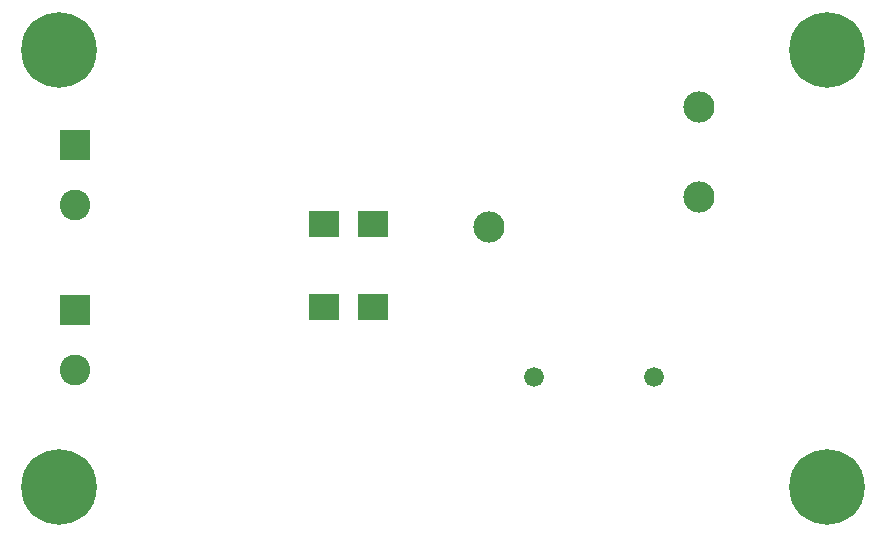
<source format=gbr>
%TF.GenerationSoftware,KiCad,Pcbnew,8.0.4*%
%TF.CreationDate,2025-06-09T12:47:20-04:00*%
%TF.ProjectId,car-battery-reverse-polarity-protection,6361722d-6261-4747-9465-72792d726576,rev?*%
%TF.SameCoordinates,Original*%
%TF.FileFunction,Soldermask,Top*%
%TF.FilePolarity,Negative*%
%FSLAX46Y46*%
G04 Gerber Fmt 4.6, Leading zero omitted, Abs format (unit mm)*
G04 Created by KiCad (PCBNEW 8.0.4) date 2025-06-09 12:47:20*
%MOMM*%
%LPD*%
G01*
G04 APERTURE LIST*
%ADD10C,6.400000*%
%ADD11C,2.641600*%
%ADD12C,1.676400*%
%ADD13R,2.514600X2.260600*%
%ADD14R,2.600000X2.600000*%
%ADD15C,2.600000*%
G04 APERTURE END LIST*
D10*
%TO.C,H5*%
X104000000Y-106300000D03*
%TD*%
D11*
%TO.C,K1*%
X140398800Y-84274200D03*
X158178800Y-81734200D03*
D12*
X154368800Y-96974200D03*
X144208800Y-96974200D03*
D11*
X158178800Y-74114200D03*
%TD*%
D10*
%TO.C,H1*%
X169000000Y-69300000D03*
%TD*%
D13*
%TO.C,D1*%
X130595500Y-91000000D03*
X126404500Y-91000000D03*
%TD*%
%TO.C,D2*%
X130595500Y-84000000D03*
X126404500Y-84000000D03*
%TD*%
D14*
%TO.C,J1*%
X105400000Y-77320000D03*
D15*
X105400000Y-82400000D03*
%TD*%
D10*
%TO.C,H2*%
X169000000Y-106300000D03*
%TD*%
D15*
%TO.C,J2*%
X105400000Y-96400000D03*
D14*
X105400000Y-91320000D03*
%TD*%
D10*
%TO.C,H3*%
X104000000Y-69300000D03*
%TD*%
M02*

</source>
